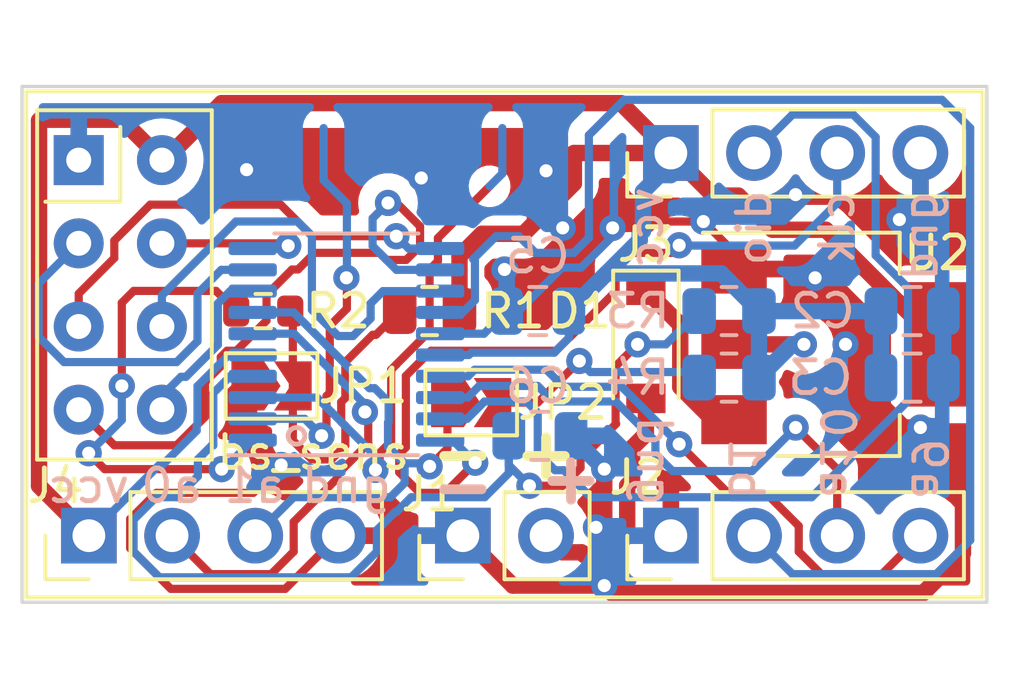
<source format=kicad_pcb>
(kicad_pcb (version 20211014) (generator pcbnew)
  (layers (0 "F.Cu" signal) (31 "B.Cu" signal) (34 "B.Paste" user) (35 "F.Paste" user) (36 "B.SilkS" user "B.Silkscreen") (37 "F.SilkS" user "F.Silkscreen") (38 "B.Mask" user) (39 "F.Mask" user) (44 "Edge.Cuts" user))
  (net 0 "")
  (net 1 "GND")
  (net 2 "+3V3")
  (net 3 "Net-(C6-Pad1)")
  (net 4 "Net-(D1-Pad1)")
  (net 5 "Net-(D1-Pad2)")
  (net 6 "Net-(J2-Pad2)")
  (net 7 "Net-(J2-Pad3)")
  (net 8 "Net-(J3-Pad2)")
  (net 9 "Net-(J3-Pad3)")
  (net 10 "Net-(J4-Pad2)")
  (net 11 "Net-(J4-Pad3)")
  (net 12 "Net-(JP1-Pad2)")
  (net 13 "Net-(JP2-Pad2)")
  (net 14 "Net-(R2-Pad2)")
  (net 15 "Net-(U1-Pad3)")
  (net 16 "Net-(U1-Pad4)")
  (net 17 "Net-(U1-Pad5)")
  (net 18 "Net-(U1-Pad6)")
  (net 19 "Net-(U1-Pad7)")
  (net 20 "Net-(U1-Pad8)")
  (net 21 "Net-(J2-Pad4)")
  (net 22 "unconnected-(U3-Pad2)")
  (net 23 "unconnected-(U3-Pad3)")
  (footprint "Resistor_SMD:R_0805_2012Metric" (layer "F.Cu") (at 163.068 106.426 180)
    (fp_text reference "R1" (at -2.54 0) (layer "F.SilkS"))
    (fp_text value "10k")
    (pad "1" smd roundrect (at -0.9125 0 180) (size 1.025 1.4) (layers "F.Cu" "F.Paste" "F.Mask") (roundrect_rratio 0.243902) (net 2 "+3V3"))
    (pad "2" smd roundrect (at 0.9125 0 180) (size 1.025 1.4) (layers "F.Cu" "F.Paste" "F.Mask") (roundrect_rratio 0.243902) (net 12 "Net-(JP1-Pad2)"))
  )
  (footprint "Connector_PinHeader_2.54mm:PinHeader_1x02_P2.54mm_Vertical" (layer "F.Cu") (at 164.084 113.284 90)
    (fp_text reference "J1" (at 1.27 -1.016 180) (layer "F.SilkS"))
    (fp_text value "Conn_01x02")
    (pad "1" thru_hole rect (at 0 0 90) (size 1.7 1.7) (drill 1) (layers *.Cu *.Mask) (net 1 "GND"))
    (pad "2" thru_hole oval (at 0 2.54 90) (size 1.7 1.7) (drill 1) (layers *.Cu *.Mask) (net 5 "Net-(D1-Pad2)"))
  )
  (footprint "Connector_PinHeader_2.54mm:PinHeader_1x04_P2.54mm_Vertical" (layer "F.Cu") (at 170.434 101.6 90)
    (fp_text reference "J3" (at -2.794 -0.762 180) (layer "F.SilkS"))
    (fp_text value "Conn_01x04")
    (pad "1" thru_hole rect (at 0 0 90) (size 1.7 1.7) (drill 1) (layers *.Cu *.Mask) (net 2 "+3V3"))
    (pad "2" thru_hole oval (at 0 2.54 90) (size 1.7 1.7) (drill 1) (layers *.Cu *.Mask) (net 8 "Net-(J3-Pad2)"))
    (pad "3" thru_hole oval (at 0 5.08 90) (size 1.7 1.7) (drill 1) (layers *.Cu *.Mask) (net 9 "Net-(J3-Pad3)"))
    (pad "4" thru_hole oval (at 0 7.62 90) (size 1.7 1.7) (drill 1) (layers *.Cu *.Mask) (net 1 "GND"))
  )
  (footprint "Resistor_SMD:R_0603_1608Metric" (layer "F.Cu") (at 157.988 106.426 180)
    (fp_text reference "R2" (at -2.286 0) (layer "F.SilkS"))
    (fp_text value "620")
    (pad "1" smd roundrect (at -0.825 0 180) (size 0.8 0.95) (layers "F.Cu" "F.Paste" "F.Mask") (net 12 "Net-(JP1-Pad2)"))
    (pad "2" smd roundrect (at 0.825 0 180) (size 0.8 0.95) (layers "F.Cu" "F.Paste" "F.Mask") (net 14 "Net-(R2-Pad2)"))
  )
  (footprint "Jumper:SolderJumper-2_P1.3mm_Open_TrianglePad1.0x1.5mm" (layer "F.Cu") (at 164.338 109.22)
    (fp_text reference "JP2" (at 2.794 0) (layer "F.SilkS"))
    (fp_text value "SolderJumper_2_Open")
    (pad "1" smd custom (at -0.725 0) (size 0.3 0.3) (layers "F.Cu" "F.Mask") (net 11 "Net-(J4-Pad3)") (options (clearance outline) (anchor rect)) (primitives (gr_poly (pts (xy 1 0) (xy 0.5 0.75) (xy -0.5 0.75) (xy -0.5 -0.75) (xy 0.5 -0.75)) (width 0) (fill yes))))
    (pad "2" smd custom (at 0.725 0) (size 0.3 0.3) (layers "F.Cu" "F.Mask") (net 13 "Net-(JP2-Pad2)") (options (clearance outline) (anchor rect)) (primitives (gr_poly (pts (xy 0.5 0.75) (xy -0.65 0.75) (xy -0.15 0) (xy -0.65 -0.75) (xy 0.5 -0.75)) (width 0) (fill yes))))
  )
  (footprint "Connector_PinHeader_2.54mm:PinHeader_1x04_P2.54mm_Vertical" (layer "F.Cu") (at 170.434 113.284 90)
    (fp_text reference "J2" (at 1.778 -1.016 180) (layer "F.SilkS"))
    (fp_text value "Conn_01x04")
    (pad "1" thru_hole rect (at 0 0 90) (size 1.7 1.7) (drill 1) (layers *.Cu *.Mask) (net 1 "GND"))
    (pad "2" thru_hole oval (at 0 2.54 90) (size 1.7 1.7) (drill 1) (layers *.Cu *.Mask) (net 6 "Net-(J2-Pad2)"))
    (pad "3" thru_hole oval (at 0 5.08 90) (size 1.7 1.7) (drill 1) (layers *.Cu *.Mask) (net 7 "Net-(J2-Pad3)"))
    (pad "4" thru_hole oval (at 0 7.62 90) (size 1.7 1.7) (drill 1) (layers *.Cu *.Mask) (net 21 "Net-(J2-Pad4)"))
  )
  (footprint "Jumper:SolderJumper-2_P1.3mm_Open_TrianglePad1.0x1.5mm" (layer "F.Cu") (at 158.242 108.712)
    (fp_text reference "JP1" (at 2.794 0) (layer "F.SilkS"))
    (fp_text value "SolderJumper_2_Open")
    (pad "1" smd custom (at -0.725 0) (size 0.3 0.3) (layers "F.Cu" "F.Mask") (net 1 "GND") (options (clearance outline) (anchor rect)) (primitives (gr_poly (pts (xy 1 0) (xy 0.5 0.75) (xy -0.5 0.75) (xy -0.5 -0.75) (xy 0.5 -0.75)) (width 0) (fill yes))))
    (pad "2" smd custom (at 0.725 0) (size 0.3 0.3) (layers "F.Cu" "F.Mask") (net 12 "Net-(JP1-Pad2)") (options (clearance outline) (anchor rect)) (primitives (gr_poly (pts (xy 0.5 0.75) (xy -0.65 0.75) (xy -0.15 0) (xy -0.65 -0.75) (xy 0.5 -0.75)) (width 0) (fill yes))))
  )
  (footprint "Diode_SMD:D_SOD-123" (layer "F.Cu") (at 169.672 107.442 -90)
    (fp_text reference "D1" (at -1.016 2.032 180) (layer "F.SilkS"))
    (fp_text value "1N4148W")
    (pad "1" smd rect (at -1.65 0 270) (size 0.9 1.2) (layers "F.Cu" "F.Paste" "F.Mask") (net 4 "Net-(D1-Pad1)"))
    (pad "2" smd rect (at 1.65 0 270) (size 0.9 1.2) (layers "F.Cu" "F.Paste" "F.Mask") (net 5 "Net-(D1-Pad2)"))
  )
  (footprint "Package_TO_SOT_SMD:SOT-223-3_TabPin2" (layer "F.Cu") (at 175.514 107.442)
    (fp_text reference "U2" (at 3.048 -2.794) (layer "F.SilkS"))
    (fp_text value "AMS1117-3.3")
    (pad "1" smd rect (at -3.15 -2.3) (size 2 1.5) (layers "F.Cu" "F.Paste" "F.Mask") (net 1 "GND"))
    (pad "2" smd rect (at 3.15 0) (size 2 3.8) (layers "F.Cu" "F.Paste" "F.Mask") (net 2 "+3V3"))
    (pad "2" smd rect (at -3.15 0) (size 2 1.5) (layers "F.Cu" "F.Paste" "F.Mask") (net 2 "+3V3"))
    (pad "3" smd rect (at -3.15 2.3) (size 2 1.5) (layers "F.Cu" "F.Paste" "F.Mask") (net 4 "Net-(D1-Pad1)"))
  )
  (footprint "RF_Module:nRF24L01_Breakout" (layer "F.Cu") (at 152.354 101.817)
    (fp_text reference "U1" hide)
    (fp_text value "NRF24L01_Breakout")
    (pad "1" thru_hole rect (at 0 0) (size 1.524 1.524) (drill 0.762) (layers *.Cu *.Mask) (net 1 "GND"))
    (pad "2" thru_hole circle (at 2.54 0) (size 1.524 1.524) (drill 0.762) (layers *.Cu *.Mask) (net 2 "+3V3"))
    (pad "3" thru_hole circle (at 0 2.54) (size 1.524 1.524) (drill 0.762) (layers *.Cu *.Mask) (net 15 "Net-(U1-Pad3)"))
    (pad "4" thru_hole circle (at 2.54 2.54) (size 1.524 1.524) (drill 0.762) (layers *.Cu *.Mask) (net 16 "Net-(U1-Pad4)"))
    (pad "5" thru_hole circle (at 0 5.08) (size 1.524 1.524) (drill 0.762) (layers *.Cu *.Mask) (net 17 "Net-(U1-Pad5)"))
    (pad "6" thru_hole circle (at 2.54 5.08) (size 1.524 1.524) (drill 0.762) (layers *.Cu *.Mask) (net 18 "Net-(U1-Pad6)"))
    (pad "7" thru_hole circle (at 0 7.62) (size 1.524 1.524) (drill 0.762) (layers *.Cu *.Mask) (net 19 "Net-(U1-Pad7)"))
    (pad "8" thru_hole circle (at 2.54 7.62) (size 1.524 1.524) (drill 0.762) (layers *.Cu *.Mask) (net 20 "Net-(U1-Pad8)"))
  )
  (footprint "Connector_PinHeader_2.54mm:PinHeader_1x04_P2.54mm_Vertical" (layer "F.Cu") (at 152.664 113.284 90)
    (fp_text reference "J4" (at 1.524 -1.026 180) (layer "F.SilkS"))
    (fp_text value "Conn_01x04")
    (pad "1" thru_hole rect (at 0 0 90) (size 1.7 1.7) (drill 1) (layers *.Cu *.Mask) (net 2 "+3V3"))
    (pad "2" thru_hole oval (at 0 2.54 90) (size 1.7 1.7) (drill 1) (layers *.Cu *.Mask) (net 10 "Net-(J4-Pad2)"))
    (pad "3" thru_hole oval (at 0 5.08 90) (size 1.7 1.7) (drill 1) (layers *.Cu *.Mask) (net 11 "Net-(J4-Pad3)"))
    (pad "4" thru_hole oval (at 0 7.62 90) (size 1.7 1.7) (drill 1) (layers *.Cu *.Mask) (net 1 "GND"))
  )
  (footprint "Package_SO:TSSOP-20_4.4x6.5mm_P0.65mm" (layer "B.Cu") (at 160.528 107.442)
    (fp_text reference "U3" hide)
    (fp_text value "STM32F030F4Px")
    (pad "1" smd roundrect (at -2.8625 2.925) (size 1.475 0.4) (layers "B.Cu" "B.Paste" "B.Mask") (net 14 "Net-(R2-Pad2)"))
    (pad "2" smd roundrect (at -2.8625 2.275) (size 1.475 0.4) (layers "B.Cu" "B.Paste" "B.Mask") (net 22 "unconnected-(U3-Pad2)"))
    (pad "3" smd roundrect (at -2.8625 1.625) (size 1.475 0.4) (layers "B.Cu" "B.Paste" "B.Mask") (net 23 "unconnected-(U3-Pad3)"))
    (pad "4" smd roundrect (at -2.8625 0.975) (size 1.475 0.4) (layers "B.Cu" "B.Paste" "B.Mask") (net 3 "Net-(C6-Pad1)"))
    (pad "5" smd roundrect (at -2.8625 0.325) (size 1.475 0.4) (layers "B.Cu" "B.Paste" "B.Mask") (net 2 "+3V3"))
    (pad "6" smd roundrect (at -2.8625 -0.325) (size 1.475 0.4) (layers "B.Cu" "B.Paste" "B.Mask") (net 10 "Net-(J4-Pad2)"))
    (pad "7" smd roundrect (at -2.8625 -0.975) (size 1.475 0.4) (layers "B.Cu" "B.Paste" "B.Mask") (net 11 "Net-(J4-Pad3)"))
    (pad "8" smd roundrect (at -2.8625 -1.625) (size 1.475 0.4) (layers "B.Cu" "B.Paste" "B.Mask") (net 20 "Net-(U1-Pad8)"))
    (pad "9" smd roundrect (at -2.8625 -2.275) (size 1.475 0.4) (layers "B.Cu" "B.Paste" "B.Mask") (net 15 "Net-(U1-Pad3)"))
    (pad "10" smd roundrect (at -2.8625 -2.925) (size 1.475 0.4) (layers "B.Cu" "B.Paste" "B.Mask") (net 16 "Net-(U1-Pad4)"))
    (pad "11" smd roundrect (at 2.8625 -2.925) (size 1.475 0.4) (layers "B.Cu" "B.Paste" "B.Mask") (net 17 "Net-(U1-Pad5)"))
    (pad "12" smd roundrect (at 2.8625 -2.275) (size 1.475 0.4) (layers "B.Cu" "B.Paste" "B.Mask") (net 19 "Net-(U1-Pad7)"))
    (pad "13" smd roundrect (at 2.8625 -1.625) (size 1.475 0.4) (layers "B.Cu" "B.Paste" "B.Mask") (net 18 "Net-(U1-Pad6)"))
    (pad "14" smd roundrect (at 2.8625 -0.975) (size 1.475 0.4) (layers "B.Cu" "B.Paste" "B.Mask") (net 6 "Net-(J2-Pad2)"))
    (pad "15" smd roundrect (at 2.8625 -0.325) (size 1.475 0.4) (layers "B.Cu" "B.Paste" "B.Mask") (net 1 "GND"))
    (pad "16" smd roundrect (at 2.8625 0.325) (size 1.475 0.4) (layers "B.Cu" "B.Paste" "B.Mask") (net 2 "+3V3"))
    (pad "17" smd roundrect (at 2.8625 0.975) (size 1.475 0.4) (layers "B.Cu" "B.Paste" "B.Mask") (net 21 "Net-(J2-Pad4)"))
    (pad "18" smd roundrect (at 2.8625 1.625) (size 1.475 0.4) (layers "B.Cu" "B.Paste" "B.Mask") (net 7 "Net-(J2-Pad3)"))
    (pad "19" smd roundrect (at 2.8625 2.275) (size 1.475 0.4) (layers "B.Cu" "B.Paste" "B.Mask") (net 8 "Net-(J3-Pad2)"))
    (pad "20" smd roundrect (at 2.8625 2.925) (size 1.475 0.4) (layers "B.Cu" "B.Paste" "B.Mask") (net 9 "Net-(J3-Pad3)"))
  )
  (footprint "Capacitor_SMD:C_0805_2012Metric" (layer "B.Cu") (at 177.8 108.458)
    (fp_text reference "C3" (at -2.794 0) (layer "B.SilkS") (effects (justify mirror)))
    (fp_text value "10u")
    (pad "1" smd roundrect (at -0.95 0) (size 1 1.45) (layers "B.Cu" "B.Paste" "B.Mask") (net 2 "+3V3"))
    (pad "2" smd roundrect (at 0.95 0) (size 1 1.45) (layers "B.Cu" "B.Paste" "B.Mask") (net 1 "GND"))
  )
  (footprint "Capacitor_SMD:C_0805_2012Metric" (layer "B.Cu") (at 177.8 106.426)
    (fp_text reference "C2" (at -2.728 0) (layer "B.SilkS") (effects (justify mirror)))
    (fp_text value "100n")
    (pad "1" smd roundrect (at -0.95 0) (size 1 1.45) (layers "B.Cu" "B.Paste" "B.Mask") (net 2 "+3V3"))
    (pad "2" smd roundrect (at 0.95 0) (size 1 1.45) (layers "B.Cu" "B.Paste" "B.Mask") (net 1 "GND"))
  )
  (footprint "Capacitor_SMD:C_0805_2012Metric" (layer "B.Cu") (at 166.436 110.236)
    (fp_text reference "C6" (at -0.066 -1.524 180) (layer "B.SilkS") (effects (justify mirror)))
    (fp_text value "100n")
    (pad "1" smd roundrect (at -0.95 0) (size 1 1.45) (layers "B.Cu" "B.Paste" "B.Mask") (net 3 "Net-(C6-Pad1)"))
    (pad "2" smd roundrect (at 0.95 0) (size 1 1.45) (layers "B.Cu" "B.Paste" "B.Mask") (net 1 "GND"))
  )
  (footprint "Capacitor_SMD:C_0805_2012Metric" (layer "B.Cu") (at 166.37 106.426 180)
    (fp_text reference "C5" (at 0 1.68) (layer "B.SilkS") (effects (justify mirror)))
    (fp_text value "100n")
    (pad "1" smd roundrect (at -0.95 0 180) (size 1 1.45) (layers "B.Cu" "B.Paste" "B.Mask") (net 2 "+3V3"))
    (pad "2" smd roundrect (at 0.95 0 180) (size 1 1.45) (layers "B.Cu" "B.Paste" "B.Mask") (net 1 "GND"))
  )
  (footprint "Resistor_SMD:R_0805_2012Metric" (layer "B.Cu") (at 172.212 106.426 180)
    (fp_text reference "R3" (at 2.794 0) (layer "B.SilkS") (effects (justify mirror)))
    (fp_text value "10k")
    (pad "1" smd roundrect (at -0.9125 0 180) (size 1.025 1.4) (layers "B.Cu" "B.Paste" "B.Mask") (roundrect_rratio 0.243902) (net 2 "+3V3"))
    (pad "2" smd roundrect (at 0.9125 0 180) (size 1.025 1.4) (layers "B.Cu" "B.Paste" "B.Mask") (roundrect_rratio 0.243902) (net 3 "Net-(C6-Pad1)"))
  )
  (footprint "Resistor_SMD:R_0805_2012Metric" (layer "B.Cu") (at 172.212 108.458 180)
    (fp_text reference "R4" (at 2.794 0 180) (layer "B.SilkS") (effects (justify mirror)))
    (fp_text value "4,7k")
    (pad "1" smd roundrect (at -0.9125 0 180) (size 1.025 1.4) (layers "B.Cu" "B.Paste" "B.Mask") (roundrect_rratio 0.243902) (net 2 "+3V3"))
    (pad "2" smd roundrect (at 0.9125 0 180) (size 1.025 1.4) (layers "B.Cu" "B.Paste" "B.Mask") (roundrect_rratio 0.243902) (net 13 "Net-(JP2-Pad2)"))
  )
  (gr_circle (center 159.004 110.236) (end 159.258 110.236) (layer "B.SilkS") (width 0.15) (fill none))
  (gr_line (start 180.086 99.568) (end 180.086 115.316) (layer "Edge.Cuts") (width 0.1))
  (gr_line (start 150.622 115.316) (end 150.622 99.568) (layer "Edge.Cuts") (width 0.1))
  (gr_line (start 150.622 99.568) (end 180.086 99.568) (layer "Edge.Cuts") (width 0.1))
  (gr_line (start 180.086 115.316) (end 150.622 115.316) (layer "Edge.Cuts") (width 0.1))
  (gr_text "gnd" (at 160.528 111.76) (layer "B.SilkS") (effects (font (size 1 1)) (justify mirror)))
  (gr_text "a9" (at 178.308 111.252 270) (layer "B.SilkS") (effects (font (size 1 1)) (justify mirror)))
  (gr_text "-" (at 164.084 111.76) (layer "B.SilkS") (effects (font (size 1.5 1.5) (thickness 0.3)) (justify mirror)))
  (gr_text "a10" (at 175.514 110.744 270) (layer "B.SilkS") (effects (font (size 1 1)) (justify mirror)))
  (gr_text "b1" (at 172.72 111.252 270) (layer "B.SilkS") (effects (font (size 1 1)) (justify mirror)))
  (gr_text "a0" (at 155.194 111.76) (layer "B.SilkS") (effects (font (size 1 1)) (justify mirror)))
  (gr_text "clk" (at 175.514 103.886 90) (layer "B.SilkS") (effects (font (size 1 1)) (justify mirror)))
  (gr_text "+" (at 167.386 111.506) (layer "B.SilkS") (effects (font (size 1.5 1.5) (thickness 0.3)) (justify mirror)))
  (gr_text "dio" (at 172.974 103.886 90) (layer "B.SilkS") (effects (font (size 1 1)) (justify mirror)))
  (gr_text "gnd" (at 169.926 110.998 270) (layer "B.SilkS") (effects (font (size 1 1)) (justify mirror)))
  (gr_text "vcc" (at 169.672 103.886 90) (layer "B.SilkS") (effects (font (size 1 1)) (justify mirror)))
  (gr_text "vcc" (at 152.654 111.76) (layer "B.SilkS") (effects (font (size 1 1)) (justify mirror)))
  (gr_text "gnd" (at 178.054 104.14 90) (layer "B.SilkS") (effects (font (size 1 1)) (justify mirror)))
  (gr_text "a1" (at 157.734 111.76) (layer "B.SilkS") (effects (font (size 1 1)) (justify mirror)))
  (gr_text "bs_sens" (at 159.512 110.744) (layer "F.SilkS") (effects (font (size 1 1))))
  (gr_text "+" (at 166.624 110.744) (layer "F.SilkS") (effects (font (size 1.5 1.5) (thickness 0.3))))
  (gr_text "-" (at 164.084 110.744) (layer "F.SilkS") (effects (font (size 1.5 1.5) (thickness 0.3))))
  (segment (start 165.288 102.228) (end 164.9 102.616) (width 0.25) (layer "B.Cu") (net 0))
  (segment (start 165.288 100.838) (end 165.288 102.228) (width 0.25) (layer "B.Cu") (net 0))
  (segment (start 175.768 108.204) (end 177.546 109.982) (width 0.5) (layer "F.Cu") (net 1))
  (segment (start 168.402 112.776) (end 168.148 113.03) (width 0.5) (layer "F.Cu") (net 1))
  (segment (start 168.402 114.808) (end 168.62703 115.03303) (width 0.5) (layer "F.Cu") (net 1))
  (segment (start 154.723489 111.976511) (end 153.924 112.776) (width 0.25) (layer "F.Cu") (net 1))
  (segment (start 168.85026 103.69174) (end 168.656 103.886) (width 0.25) (layer "F.Cu") (net 1))
  (segment (start 155.167021 114.908031) (end 158.659969 114.908031) (width 0.25) (layer "F.Cu") (net 1))
  (segment (start 158.659969 114.908031) (end 160.284 113.284) (width 0.25) (layer "F.Cu") (net 1))
  (segment (start 172.364 104.628863) (end 172.364 105.142) (width 0.25) (layer "F.Cu") (net 1))
  (segment (start 172.364 105.142) (end 174.5715 105.142) (width 0.25) (layer "F.Cu") (net 1))
  (segment (start 178.142757 115.03303) (end 179.353511 113.822276) (width 0.5) (layer "F.Cu") (net 1))
  (segment (start 168.402 111.252) (end 168.402 112.776) (width 0.5) (layer "F.Cu") (net 1))
  (segment (start 179.353511 111.281511) (end 178.054 109.982) (width 0.5) (layer "F.Cu") (net 1))
  (segment (start 171.426877 103.69174) (end 172.364 104.628863) (width 0.25) (layer "F.Cu") (net 1))
  (segment (start 174.5715 105.142) (end 174.8395 105.41) (width 0.25) (layer "F.Cu") (net 1))
  (segment (start 168.402 114.808) (end 165.608 114.808) (width 0.5) (layer "F.Cu") (net 1))
  (segment (start 167.132 103.886) (end 168.656 103.886) (width 0.5) (layer "F.Cu") (net 1))
  (segment (start 153.924 113.66501) (end 155.167021 114.908031) (width 0.25) (layer "F.Cu") (net 1))
  (segment (start 165.608 114.808) (end 164.084 113.284) (width 0.5) (layer "F.Cu") (net 1))
  (segment (start 157.685757 111.976511) (end 154.723489 111.976511) (width 0.25) (layer "F.Cu") (net 1))
  (segment (start 175.768 107.442) (end 175.768 108.204) (width 0.5) (layer "F.Cu") (net 1))
  (segment (start 168.62703 115.03303) (end 178.142757 115.03303) (width 0.5) (layer "F.Cu") (net 1))
  (segment (start 153.924 112.776) (end 153.924 113.66501) (width 0.25) (layer "F.Cu") (net 1))
  (segment (start 171.426877 103.69174) (end 168.85026 103.69174) (width 0.25) (layer "F.Cu") (net 1))
  (segment (start 158.535558 111.12671) (end 157.685757 111.976511) (width 0.25) (layer "F.Cu") (net 1))
  (segment (start 177.546 109.982) (end 178.054 109.982) (width 0.5) (layer "F.Cu") (net 1))
  (segment (start 179.353511 113.822276) (end 179.353511 111.281511) (width 0.5) (layer "F.Cu") (net 1))
  (via (at 158.535558 111.12671) (size 0.8) (drill 0.4) (layers "F.Cu" "B.Cu") (net 1))
  (via (at 178.054 109.982) (size 0.8) (drill 0.4) (layers "F.Cu" "B.Cu") (net 1))
  (via (at 168.402 111.252) (size 0.8) (drill 0.4) (layers "F.Cu" "B.Cu") (net 1))
  (via (at 165.354 105.156) (size 0.8) (drill 0.4) (layers "F.Cu" "B.Cu") (net 1))
  (via (at 174.244 102.87) (size 0.8) (drill 0.4) (layers "F.Cu" "B.Cu") (net 1))
  (via (at 162.814 102.362) (size 0.8) (drill 0.4) (layers "F.Cu" "B.Cu") (net 1))
  (via (at 166.624011 102.142312) (size 0.8) (drill 0.4) (layers "F.Cu" "B.Cu") (net 1))
  (via (at 175.768 107.442) (size 0.8) (drill 0.4) (layers "F.Cu" "B.Cu") (net 1))
  (via (at 168.148 113.03) (size 0.8) (drill 0.4) (layers "F.Cu" "B.Cu") (net 1))
  (via (at 177.413011 103.632) (size 0.8) (drill 0.4) (layers "F.Cu" "B.Cu") (net 1))
  (via (at 167.132 103.886) (size 0.8) (drill 0.4) (layers "F.Cu" "B.Cu") (net 1))
  (via (at 157.48 102.108) (size 0.8) (drill 0.4) (layers "F.Cu" "B.Cu") (net 1))
  (via (at 168.656 103.886) (size 0.8) (drill 0.4) (layers "F.Cu" "B.Cu") (net 1))
  (via (at 171.426877 103.69174) (size 0.8) (drill 0.4) (layers "F.Cu" "B.Cu") (net 1))
  (via (at 174.8395 105.41) (size 0.8) (drill 0.4) (layers "F.Cu" "B.Cu") (net 1))
  (via (at 168.402 114.808) (size 0.8) (drill 0.4) (layers "F.Cu" "B.Cu") (net 1))
  (segment (start 163.3905 107.117) (end 164.729 107.117) (width 0.25) (layer "B.Cu") (net 1))
  (segment (start 164.729 107.117) (end 165.42 106.426) (width 0.25) (layer "B.Cu") (net 1))
  (segment (start 165.42 106.426) (end 165.42 105.222) (width 0.25) (layer "B.Cu") (net 1))
  (segment (start 170.434 113.284) (end 168.402 113.284) (width 0.5) (layer "B.Cu") (net 1))
  (segment (start 165.42 106.426) (end 165.782507 106.426) (width 0.25) (layer "B.Cu") (net 1))
  (segment (start 165.42 105.222) (end 165.354 105.156) (width 0.25) (layer "B.Cu") (net 1))
  (segment (start 165.782507 106.426) (end 167.110987 105.09752) (width 0.25) (layer "B.Cu") (net 1))
  (segment (start 166.624011 103.378011) (end 167.132 103.886) (width 0.5) (layer "B.Cu") (net 1))
  (segment (start 178.75 106.426) (end 178.75 108.458) (width 0.5) (layer "B.Cu") (net 1))
  (segment (start 168.402 113.284) (end 168.148 113.03) (width 0.5) (layer "B.Cu") (net 1))
  (segment (start 166.624011 102.142312) (end 166.624011 103.378011) (width 0.5) (layer "B.Cu") (net 1))
  (segment (start 167.110987 105.09752) (end 167.69848 105.09752) (width 0.25) (layer "B.Cu") (net 1))
  (segment (start 167.69848 105.09752) (end 168.656 104.14) (width 0.25) (layer "B.Cu") (net 1))
  (segment (start 168.656 104.14) (end 168.656 103.886) (width 0.25) (layer "B.Cu") (net 1))
  (segment (start 167.386 110.236) (end 168.402 111.252) (width 0.5) (layer "B.Cu") (net 1))
  (segment (start 167.473511 102.528489) (end 166.965511 103.036489) (width 0.5) (layer "F.Cu") (net 2))
  (segment (start 175.164489 103.942489) (end 173.538489 103.942489) (width 0.5) (layer "F.Cu") (net 2))
  (segment (start 153.67 100.584) (end 154.894 101.808) (width 0.5) (layer "F.Cu") (net 2))
  (segment (start 166.78012 103.036489) (end 166.282489 103.53412) (width 0.5) (layer "F.Cu") (net 2))
  (segment (start 151.142489 100.605489) (end 151.163978 100.584) (width 0.5) (layer "F.Cu") (net 2))
  (segment (start 172.364 107.442) (end 174.498 107.442) (width 0.5) (layer "F.Cu") (net 2))
  (segment (start 168.91 100.076) (end 170.434 101.6) (width 0.5) (layer "F.Cu") (net 2))
  (segment (start 166.965511 103.036489) (end 166.78012 103.036489) (width 0.5) (layer "F.Cu") (net 2))
  (segment (start 156.718 100.076) (end 168.91 100.076) (width 0.5) (layer "F.Cu") (net 2))
  (segment (start 171.733511 102.899511) (end 170.434 101.6) (width 0.5) (layer "F.Cu") (net 2))
  (segment (start 166.282489 103.719511) (end 165.936489 104.065511) (width 0.5) (layer "F.Cu") (net 2))
  (segment (start 166.282489 103.53412) (end 166.282489 103.719511) (width 0.5) (layer "F.Cu") (net 2))
  (segment (start 152.664 113.284) (end 151.142489 111.762489) (width 0.5) (layer "F.Cu") (net 2))
  (segment (start 151.163978 100.584) (end 153.67 100.584) (width 0.5) (layer "F.Cu") (net 2))
  (segment (start 165.936489 104.065511) (end 164.666489 104.065511) (width 0.5) (layer "F.Cu") (net 2))
  (segment (start 163.9805 104.7515) (end 163.9805 106.426) (width 0.5) (layer "F.Cu") (net 2))
  (segment (start 154.894 101.808) (end 154.894 101.817) (width 0.5) (layer "F.Cu") (net 2))
  (segment (start 173.538489 103.942489) (end 172.495511 102.899511) (width 0.5) (layer "F.Cu") (net 2))
  (segment (start 164.666489 104.065511) (end 163.9805 104.7515) (width 0.5) (layer "F.Cu") (net 2))
  (segment (start 167.473511 101.6) (end 167.473511 102.528489) (width 0.5) (layer "F.Cu") (net 2))
  (segment (start 170.434 101.6) (end 167.473511 101.6) (width 0.5) (layer "F.Cu") (net 2))
  (segment (start 151.142489 111.762489) (end 151.142489 100.605489) (width 0.5) (layer "F.Cu") (net 2))
  (segment (start 154.977 101.817) (end 156.718 100.076) (width 0.5) (layer "F.Cu") (net 2))
  (segment (start 178.664 107.442) (end 175.164489 103.942489) (width 0.5) (layer "F.Cu") (net 2))
  (segment (start 172.495511 102.899511) (end 171.733511 102.899511) (width 0.5) (layer "F.Cu") (net 2))
  (via (at 174.498 107.442) (size 0.8) (drill 0.4) (layers "F.Cu" "B.Cu") (net 2))
  (segment (start 174.498 107.442) (end 174.1405 107.442) (width 0.5) (layer "B.Cu") (net 2))
  (segment (start 152.664 113.274) (end 152.664 113.284) (width 0.25) (layer "B.Cu") (net 2))
  (segment (start 169.584489 102.77212) (end 169.584489 103.975389) (width 0.5) (layer "B.Cu") (net 2))
  (segment (start 156.930357 107.767) (end 155.980511 108.716846) (width 0.25) (layer "B.Cu") (net 2))
  (segment (start 163.3905 107.767) (end 164.267 107.767) (width 0.25) (layer "B.Cu") (net 2))
  (segment (start 155.980511 108.716846) (end 155.980511 109.887049) (width 0.25) (layer "B.Cu") (net 2))
  (segment (start 169.484778 104.0751) (end 169.484778 104.261222) (width 0.5) (layer "B.Cu") (net 2))
  (segment (start 169.584489 103.975389) (end 169.484778 104.0751) (width 0.5) (layer "B.Cu") (net 2))
  (segment (start 166.915489 107.649897) (end 167.32 107.245386) (width 0.25) (layer "B.Cu") (net 2))
  (segment (start 167.32 106.426) (end 168.46952 105.27648) (width 0.5) (layer "B.Cu") (net 2))
  (segment (start 154.806542 111.131458) (end 152.664 113.274) (width 0.25) (layer "B.Cu") (net 2))
  (segment (start 173.1245 106.426) (end 173.1245 108.458) (width 0.5) (layer "B.Cu") (net 2))
  (segment (start 166.878 107.696) (end 166.915489 107.658511) (width 0.25) (layer "B.Cu") (net 2))
  (segment (start 167.32 107.245386) (end 167.32 106.426) (width 0.25) (layer "B.Cu") (net 2))
  (segment (start 176.85 108.458) (end 176.85 106.426) (width 0.5) (layer "B.Cu") (net 2))
  (segment (start 155.956 110.077969) (end 154.902511 111.131458) (width 0.25) (layer "B.Cu") (net 2))
  (segment (start 164.338 107.696) (end 166.878 107.696) (width 0.25) (layer "B.Cu") (net 2))
  (segment (start 168.46952 105.27648) (end 171.97498 105.27648) (width 0.5) (layer "B.Cu") (net 2))
  (segment (start 155.956 109.91156) (end 155.956 110.077969) (width 0.25) (layer "B.Cu") (net 2))
  (segment (start 170.08212 102.274489) (end 169.584489 102.77212) (width 0.5) (layer "B.Cu") (net 2))
  (segment (start 169.484778 104.261222) (end 167.32 106.426) (width 0.5) (layer "B.Cu") (net 2))
  (segment (start 164.267 107.767) (end 164.338 107.696) (width 0.25) (layer "B.Cu") (net 2))
  (segment (start 176.85 106.426) (end 173.1245 106.426) (width 0.5) (layer "B.Cu") (net 2))
  (segment (start 171.97498 105.27648) (end 173.1245 106.426) (width 0.5) (layer "B.Cu") (net 2))
  (segment (start 170.434 102.274489) (end 170.08212 102.274489) (width 0.5) (layer "B.Cu") (net 2))
  (segment (start 157.6655 107.767) (end 156.930357 107.767) (width 0.25) (layer "B.Cu") (net 2))
  (segment (start 154.902511 111.131458) (end 154.806542 111.131458) (width 0.25) (layer "B.Cu") (net 2))
  (segment (start 166.915489 107.658511) (end 166.915489 107.649897) (width 0.25) (layer "B.Cu") (net 2))
  (segment (start 155.980511 109.887049) (end 155.956 109.91156) (width 0.25) (layer "B.Cu") (net 2))
  (segment (start 174.1405 107.442) (end 173.1245 108.458) (width 0.5) (layer "B.Cu") (net 2))
  (segment (start 170.434 101.6) (end 170.434 102.274489) (width 0.5) (layer "B.Cu") (net 2))
  (segment (start 167.677489 110.951897) (end 167.677489 111.214511) (width 0.25) (layer "F.Cu") (net 3))
  (segment (start 168.762875 109.866511) (end 167.677489 110.951897) (width 0.25) (layer "F.Cu") (net 3))
  (segment (start 168.747489 108.112511) (end 168.747489 109.851125) (width 0.25) (layer "F.Cu") (net 3))
  (segment (start 167.677489 111.214511) (end 167.132 111.76) (width 0.25) (layer "F.Cu") (net 3))
  (segment (start 168.747489 109.851125) (end 168.762875 109.866511) (width 0.25) (layer "F.Cu") (net 3))
  (segment (start 169.418 107.442) (end 168.747489 108.112511) (width 0.25) (layer "F.Cu") (net 3))
  (segment (start 167.132 111.76) (end 166.116 111.76) (width 0.25) (layer "F.Cu") (net 3))
  (via (at 166.116 111.76) (size 0.8) (drill 0.4) (layers "F.Cu" "B.Cu") (net 3))
  (via (at 169.418 107.442) (size 0.8) (drill 0.4) (layers "F.Cu" "B.Cu") (net 3))
  (segment (start 162.014991 112.559009) (end 162.057524 112.559009) (width 0.25) (layer "B.Cu") (net 3))
  (segment (start 161.458511 113.770499) (end 161.458511 113.115489) (width 0.25) (layer "B.Cu") (net 3))
  (segment (start 169.418 107.442) (end 170.2835 107.442) (width 0.25) (layer "B.Cu") (net 3))
  (segment (start 165.486 111.13) (end 165.486 110.236) (width 0.25) (layer "B.Cu") (net 3))
  (segment (start 154.029489 112.797501) (end 154.029489 113.770499) (width 0.25) (layer "B.Cu") (net 3))
  (segment (start 166.116 111.76) (end 165.486 111.13) (width 0.25) (layer "B.Cu") (net 3))
  (segment (start 156.977639 108.417) (end 156.464 108.930639) (width 0.25) (layer "B.Cu") (net 3))
  (segment (start 156.464 110.527489) (end 156.417897 110.527489) (width 0.25) (layer "B.Cu") (net 3))
  (segment (start 154.029489 113.770499) (end 154.81299 114.554) (width 0.25) (layer "B.Cu") (net 3))
  (segment (start 157.6655 108.417) (end 156.977639 108.417) (width 0.25) (layer "B.Cu") (net 3))
  (segment (start 165.486 111.374) (end 165.486 110.236) (width 0.25) (layer "B.Cu") (net 3))
  (segment (start 156.417897 110.527489) (end 155.993489 110.951897) (width 0.25) (layer "B.Cu") (net 3))
  (segment (start 155.993489 110.951897) (end 155.993489 111.468511) (width 0.25) (layer "B.Cu") (net 3))
  (segment (start 170.2835 107.442) (end 171.2995 106.426) (width 0.25) (layer "B.Cu") (net 3))
  (segment (start 160.67501 114.554) (end 161.458511 113.770499) (width 0.25) (layer "B.Cu") (net 3))
  (segment (start 164.750511 112.109489) (end 165.486 111.374) (width 0.25) (layer "B.Cu") (net 3))
  (segment (start 155.352511 112.109489) (end 154.717501 112.109489) (width 0.25) (layer "B.Cu") (net 3))
  (segment (start 161.458511 113.115489) (end 162.014991 112.559009) (width 0.25) (layer "B.Cu") (net 3))
  (segment (start 154.717501 112.109489) (end 154.029489 112.797501) (width 0.25) (layer "B.Cu") (net 3))
  (segment (start 154.81299 114.554) (end 160.67501 114.554) (width 0.25) (layer "B.Cu") (net 3))
  (segment (start 156.464 108.930639) (end 156.464 110.527489) (width 0.25) (layer "B.Cu") (net 3))
  (segment (start 162.057524 112.559009) (end 162.507044 112.109489) (width 0.25) (layer "B.Cu") (net 3))
  (segment (start 162.507044 112.109489) (end 164.750511 112.109489) (width 0.25) (layer "B.Cu") (net 3))
  (segment (start 155.993489 111.468511) (end 155.352511 112.109489) (width 0.25) (layer "B.Cu") (net 3))
  (segment (start 170.721511 106.841511) (end 170.721511 108.745511) (width 0.5) (layer "F.Cu") (net 4))
  (segment (start 169.672 105.792) (end 170.721511 106.841511) (width 0.5) (layer "F.Cu") (net 4))
  (segment (start 171.718 109.742) (end 172.364 109.742) (width 0.5) (layer "F.Cu") (net 4))
  (segment (start 170.721511 108.745511) (end 171.718 109.742) (width 0.5) (layer "F.Cu") (net 4))
  (segment (start 169.10152 110.750129) (end 169.672 110.179649) (width 0.5) (layer "F.Cu") (net 5))
  (segment (start 167.79612 113.879511) (end 168.49988 113.879511) (width 0.5) (layer "F.Cu") (net 5))
  (segment (start 167.132 113.792) (end 167.708609 113.792) (width 0.5) (layer "F.Cu") (net 5))
  (segment (start 167.708609 113.792) (end 167.79612 113.879511) (width 0.5) (layer "F.Cu") (net 5))
  (segment (start 169.10152 113.277871) (end 169.10152 111.753871) (width 0.5) (layer "F.Cu") (net 5))
  (segment (start 169.251511 110.90012) (end 169.10152 110.750129) (width 0.5) (layer "F.Cu") (net 5))
  (segment (start 169.672 110.179649) (end 169.672 109.092) (width 0.5) (layer "F.Cu") (net 5))
  (segment (start 168.49988 113.879511) (end 169.10152 113.277871) (width 0.5) (layer "F.Cu") (net 5))
  (segment (start 169.251511 111.60388) (end 169.251511 110.90012) (width 0.5) (layer "F.Cu") (net 5))
  (segment (start 166.624 113.284) (end 167.132 113.792) (width 0.5) (layer "F.Cu") (net 5))
  (segment (start 169.10152 111.753871) (end 169.251511 111.60388) (width 0.5) (layer "F.Cu") (net 5))
  (segment (start 164.078361 106.467) (end 164.45252 106.092841) (width 0.25) (layer "B.Cu") (net 6))
  (segment (start 179.57452 100.83452) (end 179.57452 113.42449) (width 0.25) (layer "B.Cu") (net 6))
  (segment (start 174.148511 114.458511) (end 172.974 113.284) (width 0.25) (layer "B.Cu") (net 6))
  (segment (start 164.403361 104.836639) (end 165.1 104.14) (width 0.25) (layer "B.Cu") (net 6))
  (segment (start 179.57452 113.42449) (end 178.540499 114.458511) (width 0.25) (layer "B.Cu") (net 6))
  (segment (start 178.540499 114.458511) (end 174.148511 114.458511) (width 0.25) (layer "B.Cu") (net 6))
  (segment (start 167.469592 104.648) (end 167.931489 104.186103) (width 0.25) (layer "B.Cu") (net 6))
  (segment (start 166.302211 104.648) (end 167.469592 104.648) (width 0.25) (layer "B.Cu") (net 6))
  (segment (start 165.794211 104.14) (end 166.302211 104.648) (width 0.25) (layer "B.Cu") (net 6))
  (segment (start 169.010031 99.975969) (end 178.715969 99.975969) (width 0.25) (layer "B.Cu") (net 6))
  (segment (start 178.715969 99.975969) (end 179.57452 100.83452) (width 0.25) (layer "B.Cu") (net 6))
  (segment (start 163.3905 106.467) (end 164.078361 106.467) (width 0.25) (layer "B.Cu") (net 6))
  (segment (start 164.45252 104.891159) (end 164.403361 104.842) (width 0.25) (layer "B.Cu") (net 6))
  (segment (start 164.45252 106.092841) (end 164.45252 104.891159) (width 0.25) (layer "B.Cu") (net 6))
  (segment (start 164.403361 104.842) (end 164.403361 104.836639) (width 0.25) (layer "B.Cu") (net 6))
  (segment (start 167.931489 104.186103) (end 167.931489 101.054511) (width 0.25) (layer "B.Cu") (net 6))
  (segment (start 165.1 104.14) (end 165.794211 104.14) (width 0.25) (layer "B.Cu") (net 6))
  (segment (start 167.931489 101.054511) (end 169.010031 99.975969) (width 0.25) (layer "B.Cu") (net 6))
  (segment (start 174.244 109.982) (end 175.514 111.252) (width 0.25) (layer "F.Cu") (net 7))
  (segment (start 175.514 111.252) (end 175.514 113.284) (width 0.25) (layer "F.Cu") (net 7))
  (via (at 174.244 109.982) (size 0.8) (drill 0.4) (layers "F.Cu" "B.Cu") (net 7))
  (segment (start 164.227789 109.067) (end 164.582789 108.712) (width 0.25) (layer "B.Cu") (net 7))
  (segment (start 168.748762 109.18648) (end 169.963489 110.401207) (width 0.25) (layer "B.Cu") (net 7))
  (segment (start 166.84448 109.18648) (end 168.748762 109.18648) (width 0.25) (layer "B.Cu") (net 7))
  (segment (start 163.3905 109.067) (end 164.227789 109.067) (width 0.25) (layer "B.Cu") (net 7))
  (segment (start 164.582789 108.712) (end 166.37 108.712) (width 0.25) (layer "B.Cu") (net 7))
  (segment (start 169.963489 110.401207) (end 169.963489 110.790103) (width 0.25) (layer "B.Cu") (net 7))
  (segment (start 166.37 108.712) (end 166.84448 109.18648) (width 0.25) (layer "B.Cu") (net 7))
  (segment (start 170.483866 111.31048) (end 172.91552 111.31048) (width 0.25) (layer "B.Cu") (net 7))
  (segment (start 169.963489 110.790103) (end 170.483866 111.31048) (width 0.25) (layer "B.Cu") (net 7))
  (segment (start 172.91552 111.31048) (end 174.244 109.982) (width 0.25) (layer "B.Cu") (net 7))
  (segment (start 177.67452 109.170973) (end 177.67452 105.713027) (width 0.25) (layer "B.Cu") (net 8))
  (segment (start 177.67452 105.713027) (end 176.688511 104.727018) (width 0.25) (layer "B.Cu") (net 8))
  (segment (start 166.37 109.53348) (end 166.37 110.757493) (width 0.25) (layer "B.Cu") (net 8))
  (segment (start 176.688511 104.727018) (end 176.688511 101.113501) (width 0.25) (layer "B.Cu") (net 8))
  (segment (start 166.023 109.18648) (end 166.37 109.53348) (width 0.25) (layer "B.Cu") (net 8))
  (segment (start 174.148511 100.425489) (end 172.974 101.6) (width 0.25) (layer "B.Cu") (net 8))
  (segment (start 176.000499 100.425489) (end 174.148511 100.425489) (width 0.25) (layer "B.Cu") (net 8))
  (segment (start 166.898027 111.28552) (end 167.16552 111.28552) (width 0.25) (layer "B.Cu") (net 8))
  (segment (start 163.3905 109.717) (end 164.213507 109.717) (width 0.25) (layer "B.Cu") (net 8))
  (segment (start 164.213507 109.717) (end 164.744027 109.18648) (width 0.25) (layer "B.Cu") (net 8))
  (segment (start 166.37 110.757493) (end 166.898027 111.28552) (width 0.25) (layer "B.Cu") (net 8))
  (segment (start 167.16552 111.28552) (end 167.989489 112.109489) (width 0.25) (layer "B.Cu") (net 8))
  (segment (start 164.744027 109.18648) (end 166.023 109.18648) (width 0.25) (layer "B.Cu") (net 8))
  (segment (start 167.989489 112.109489) (end 174.736004 112.109489) (width 0.25) (layer "B.Cu") (net 8))
  (segment (start 176.688511 101.113501) (end 176.000499 100.425489) (width 0.25) (layer "B.Cu") (net 8))
  (segment (start 174.736004 112.109489) (end 177.67452 109.170973) (width 0.25) (layer "B.Cu") (net 8))
  (segment (start 162.138976 111.34759) (end 162.138976 110.79479) (width 0.25) (layer "F.Cu") (net 9))
  (segment (start 167.348511 107.225489) (end 168.747489 105.826511) (width 0.25) (layer "F.Cu") (net 9))
  (segment (start 162.138976 110.79479) (end 162.343489 110.590277) (width 0.25) (layer "F.Cu") (net 9))
  (segment (start 166.927897 107.637489) (end 167.339897 107.225489) (width 0.25) (layer "F.Cu") (net 9))
  (segment (start 170.45624 104.648) (end 170.688 104.41624) (width 0.25) (layer "F.Cu") (net 9))
  (segment (start 162.343489 110.590277) (end 162.343489 108.403493) (width 0.25) (layer "F.Cu") (net 9))
  (segment (start 164.460065 111.056797) (end 163.540351 111.976511) (width 0.25) (layer "F.Cu") (net 9))
  (segment (start 168.747489 105.826511) (end 168.747489 105.017489) (width 0.25) (layer "F.Cu") (net 9))
  (segment (start 167.339897 107.225489) (end 167.348511 107.225489) (width 0.25) (layer "F.Cu") (net 9))
  (segment (start 168.747489 105.017489) (end 169.116978 104.648) (width 0.25) (layer "F.Cu") (net 9))
  (segment (start 162.767897 111.976511) (end 162.138976 111.34759) (width 0.25) (layer "F.Cu") (net 9))
  (segment (start 163.109493 107.637489) (end 166.927897 107.637489) (width 0.25) (layer "F.Cu") (net 9))
  (segment (start 162.343489 108.403493) (end 163.109493 107.637489) (width 0.25) (layer "F.Cu") (net 9))
  (segment (start 163.540351 111.976511) (end 162.767897 111.976511) (width 0.25) (layer "F.Cu") (net 9))
  (segment (start 169.116978 104.648) (end 170.45624 104.648) (width 0.25) (layer "F.Cu") (net 9))
  (via (at 170.688 104.41624) (size 0.8) (drill 0.4) (layers "F.Cu" "B.Cu") (net 9))
  (via (at 164.460065 111.056797) (size 0.8) (drill 0.4) (layers "F.Cu" "B.Cu") (net 9))
  (segment (start 170.688 104.41624) (end 170.69874 104.42698) (width 0.25) (layer "B.Cu") (net 9))
  (segment (start 164.460065 111.056797) (end 163.770268 110.367) (width 0.25) (layer "B.Cu") (net 9))
  (segment (start 174.21102 104.42698) (end 175.514 103.124) (width 0.25) (layer "B.Cu") (net 9))
  (segment (start 175.514 103.124) (end 175.514 101.6) (width 0.25) (layer "B.Cu") (net 9))
  (segment (start 170.69874 104.42698) (end 174.21102 104.42698) (width 0.25) (layer "B.Cu") (net 9))
  (segment (start 163.770268 110.367) (end 163.3905 110.367) (width 0.25) (layer "B.Cu") (net 9))
  (segment (start 161.194031 109.606218) (end 161.194031 110.468316) (width 0.25) (layer "F.Cu") (net 10))
  (segment (start 161.194031 110.468316) (end 160.256608 111.405739) (width 0.25) (layer "F.Cu") (net 10))
  (segment (start 156.378511 114.458511) (end 155.204 113.284) (width 0.25) (layer "F.Cu") (net 10))
  (segment (start 160.256608 111.405739) (end 160.256608 111.523392) (width 0.25) (layer "F.Cu") (net 10))
  (segment (start 158.230499 114.458511) (end 156.378511 114.458511) (width 0.25) (layer "F.Cu") (net 10))
  (segment (start 158.918511 112.861489) (end 158.918511 113.770499) (width 0.25) (layer "F.Cu") (net 10))
  (segment (start 158.918511 113.770499) (end 158.230499 114.458511) (width 0.25) (layer "F.Cu") (net 10))
  (segment (start 161.09312 109.505307) (end 161.194031 109.606218) (width 0.25) (layer "F.Cu") (net 10))
  (segment (start 160.256608 111.523392) (end 158.918511 112.861489) (width 0.25) (layer "F.Cu") (net 10))
  (via (at 161.09312 109.505307) (size 0.8) (drill 0.4) (layers "F.Cu" "B.Cu") (net 10))
  (segment (start 161.09312 109.505307) (end 161.09312 109.27712) (width 0.25) (layer "B.Cu") (net 10))
  (segment (start 161.09312 109.27712) (end 158.933 107.117) (width 0.25) (layer "B.Cu") (net 10))
  (segment (start 158.933 107.117) (end 157.6655 107.117) (width 0.25) (layer "B.Cu") (net 10))
  (segment (start 163.613 110.6215) (end 163.613 109.22) (width 0.25) (layer "F.Cu") (net 11))
  (segment (start 163.068 111.1665) (end 163.613 110.6215) (width 0.25) (layer "F.Cu") (net 11))
  (via (at 163.068 111.1665) (size 0.8) (drill 0.4) (layers "F.Cu" "B.Cu") (net 11))
  (segment (start 162.306011 111.674804) (end 161.871326 112.109489) (width 0.25) (layer "B.Cu") (net 11))
  (segment (start 161.871326 112.109489) (end 158.918511 112.109489) (width 0.25) (layer "B.Cu") (net 11))
  (segment (start 161.393223 108.780796) (end 161.817631 109.205204) (width 0.25) (layer "B.Cu") (net 11))
  (segment (start 162.306011 111.074598) (end 162.306011 111.674804) (width 0.25) (layer "B.Cu") (net 11))
  (segment (start 157.6655 106.467) (end 158.918718 106.467) (width 0.25) (layer "B.Cu") (net 11))
  (segment (start 161.817631 109.80541) (end 161.798 109.825041) (width 0.25) (layer "B.Cu") (net 11))
  (segment (start 161.817631 109.205204) (end 161.817631 109.80541) (width 0.25) (layer "B.Cu") (net 11))
  (segment (start 163.068 111.1665) (end 162.976098 111.074598) (width 0.25) (layer "B.Cu") (net 11))
  (segment (start 162.976098 111.074598) (end 162.306011 111.074598) (width 0.25) (layer "B.Cu") (net 11))
  (segment (start 161.798 109.825041) (end 161.798 110.566587) (width 0.25) (layer "B.Cu") (net 11))
  (segment (start 161.798 110.566587) (end 162.306011 111.074598) (width 0.25) (layer "B.Cu") (net 11))
  (segment (start 161.232515 108.780796) (end 161.393223 108.780796) (width 0.25) (layer "B.Cu") (net 11))
  (segment (start 158.918718 106.467) (end 161.232515 108.780796) (width 0.25) (layer "B.Cu") (net 11))
  (segment (start 158.918511 112.109489) (end 157.744 113.284) (width 0.25) (layer "B.Cu") (net 11))
  (segment (start 160.494819 109.93162) (end 160.494819 110.531811) (width 0.25) (layer "F.Cu") (net 12))
  (segment (start 161.327489 107.150511) (end 160.494819 107.983181) (width 0.25) (layer "F.Cu") (net 12))
  (segment (start 160.494819 110.531811) (end 160.070411 110.956219) (width 0.25) (layer "F.Cu") (net 12))
  (segment (start 158.892 106.505) (end 158.813 106.426) (width 0.25) (layer "F.Cu") (net 12))
  (segment (start 159.470219 110.956219) (end 158.892 110.378) (width 0.25) (layer "F.Cu") (net 12))
  (segment (start 160.368609 109.80541) (end 160.494819 109.93162) (width 0.25) (layer "F.Cu") (net 12))
  (segment (start 160.494819 109.078994) (end 160.368609 109.205204) (width 0.25) (layer "F.Cu") (net 12))
  (segment (start 160.494819 107.983181) (end 160.494819 109.078994) (width 0.25) (layer "F.Cu") (net 12))
  (segment (start 161.430989 107.150511) (end 161.327489 107.150511) (width 0.25) (layer "F.Cu") (net 12))
  (segment (start 158.892 110.378) (end 158.892 106.505) (width 0.25) (layer "F.Cu") (net 12))
  (segment (start 160.070411 110.956219) (end 159.470219 110.956219) (width 0.25) (layer "F.Cu") (net 12))
  (segment (start 162.1555 106.426) (end 161.430989 107.150511) (width 0.25) (layer "F.Cu") (net 12))
  (segment (start 160.368609 109.205204) (end 160.368609 109.80541) (width 0.25) (layer "F.Cu") (net 12))
  (segment (start 166.37 109.22) (end 167.64 107.95) (width 0.25) (layer "F.Cu") (net 13))
  (segment (start 165.063 109.22) (end 166.37 109.22) (width 0.25) (layer "F.Cu") (net 13))
  (via (at 167.64 107.95) (size 0.8) (drill 0.4) (layers "F.Cu" "B.Cu") (net 13))
  (segment (start 167.97744 108.28744) (end 167.64 107.95) (width 0.25) (layer "B.Cu") (net 13))
  (segment (start 167.894 108.204) (end 167.64 107.95) (width 0.25) (layer "B.Cu") (net 13))
  (segment (start 171.2995 108.458) (end 171.12894 108.28744) (width 0.25) (layer "B.Cu") (net 13))
  (segment (start 171.12894 108.28744) (end 167.97744 108.28744) (width 0.25) (layer "B.Cu") (net 13))
  (segment (start 157.163 106.426) (end 156.547489 105.810489) (width 0.25) (layer "F.Cu") (net 14))
  (segment (start 156.718 111.252) (end 153.144401 111.252) (width 0.25) (layer "F.Cu") (net 14))
  (segment (start 153.67 108.712) (end 153.67 106.172) (width 0.25) (layer "F.Cu") (net 14))
  (segment (start 154.031511 105.810489) (end 153.67 106.172) (width 0.25) (layer "F.Cu") (net 14))
  (segment (start 153.144401 111.252) (end 152.657492 110.765091) (width 0.25) (layer "F.Cu") (net 14))
  (segment (start 156.547489 105.810489) (end 154.031511 105.810489) (width 0.25) (layer "F.Cu") (net 14))
  (via (at 156.718 111.252) (size 0.8) (drill 0.4) (layers "F.Cu" "B.Cu") (net 14))
  (via (at 153.67 108.712) (size 0.8) (drill 0.4) (layers "F.Cu" "B.Cu") (net 14))
  (via (at 152.657492 110.765091) (size 0.8) (drill 0.4) (layers "F.Cu" "B.Cu") (net 14))
  (segment (start 156.7805 111.252) (end 157.6655 110.367) (width 0.25) (layer "B.Cu") (net 14))
  (segment (start 152.657492 110.765091) (end 153.67 109.752583) (width 0.25) (layer "B.Cu") (net 14))
  (segment (start 156.718 111.252) (end 156.7805 111.252) (width 0.25) (layer "B.Cu") (net 14))
  (segment (start 153.67 109.752583) (end 153.67 108.712) (width 0.25) (layer "B.Cu") (net 14))
  (segment (start 151.13 105.581) (end 151.13 107.20956) (width 0.25) (layer "B.Cu") (net 15))
  (segment (start 156.707 105.167) (end 157.6655 105.167) (width 0.25) (layer "B.Cu") (net 15))
  (segment (start 152.354 104.357) (end 151.13 105.581) (width 0.25) (layer "B.Cu") (net 15))
  (segment (start 155.980511 105.893489) (end 156.707 105.167) (width 0.25) (layer "B.Cu") (net 15))
  (segment (start 151.903951 107.983511) (end 155.344049 107.983511) (width 0.25) (layer "B.Cu") (net 15))
  (segment (start 155.980511 107.347049) (end 155.980511 105.893489) (width 0.25) (layer "B.Cu") (net 15))
  (segment (start 155.344049 107.983511) (end 155.980511 107.347049) (width 0.25) (layer "B.Cu") (net 15))
  (segment (start 151.13 107.20956) (end 151.903951 107.983511) (width 0.25) (layer "B.Cu") (net 15))
  (segment (start 158.6755 104.357) (end 154.894 104.357) (width 0.25) (layer "F.Cu") (net 16))
  (segment (start 158.75 104.4315) (end 158.6755 104.357) (width 0.25) (layer "F.Cu") (net 16))
  (via (at 158.75 104.4315) (size 0.8) (drill 0.4) (layers "F.Cu" "B.Cu") (net 16))
  (segment (start 158.75 104.4315) (end 158.6645 104.517) (width 0.25) (layer "B.Cu") (net 16))
  (segment (start 158.6645 104.517) (end 157.6655 104.517) (width 0.25) (layer "B.Cu") (net 16))
  (segment (start 159.474511 104.131397) (end 158.519732 103.176618) (width 0.25) (layer "F.Cu") (net 17))
  (segment (start 152.354 105.89356) (end 152.354 106.897) (width 0.25) (layer "F.Cu") (net 17))
  (segment (start 162.052 104.14) (end 159.474511 104.14) (width 0.25) (layer "F.Cu") (net 17))
  (segment (start 153.440511 104.807049) (end 152.354 105.89356) (width 0.25) (layer "F.Cu") (net 17))
  (segment (start 154.537822 103.176618) (end 153.440511 104.273929) (width 0.25) (layer "F.Cu") (net 17))
  (segment (start 153.440511 104.273929) (end 153.440511 104.807049) (width 0.25) (layer "F.Cu") (net 17))
  (segment (start 159.474511 104.14) (end 159.474511 104.131397) (width 0.25) (layer "F.Cu") (net 17))
  (segment (start 158.519732 103.176618) (end 154.537822 103.176618) (width 0.25) (layer "F.Cu") (net 17))
  (via (at 162.052 104.14) (size 0.8) (drill 0.4) (layers "F.Cu" "B.Cu") (net 17))
  (segment (start 162.429 104.517) (end 162.052 104.14) (width 0.25) (layer "B.Cu") (net 17))
  (segment (start 163.3905 104.517) (end 162.429 104.517) (width 0.25) (layer "B.Cu") (net 17))
  (segment (start 161.645 105.817) (end 161.267429 106.194571) (width 0.25) (layer "B.Cu") (net 18))
  (segment (start 161.267429 106.651114) (end 160.730543 107.188) (width 0.25) (layer "B.Cu") (net 18))
  (segment (start 157.154119 103.69052) (end 159.033634 103.69052) (width 0.25) (layer "B.Cu") (net 18))
  (segment (start 159.474511 104.131397) (end 159.474511 105.372511) (width 0.25) (layer "B.Cu") (net 18))
  (segment (start 154.894 105.950639) (end 157.154119 103.69052) (width 0.25) (layer "B.Cu") (net 18))
  (segment (start 154.894 106.897) (end 154.894 105.950639) (width 0.25) (layer "B.Cu") (net 18))
  (segment (start 163.3905 105.817) (end 161.645 105.817) (width 0.25) (layer "B.Cu") (net 18))
  (segment (start 161.267429 106.194571) (end 161.267429 106.651114) (width 0.25) (layer "B.Cu") (net 18))
  (segment (start 159.033634 103.69052) (end 159.474511 104.131397) (width 0.25) (layer "B.Cu") (net 18))
  (segment (start 160.730543 107.188) (end 160.275436 107.188) (width 0.25) (layer "B.Cu") (net 18))
  (segment (start 159.474511 106.387075) (end 159.474511 105.664) (width 0.25) (layer "B.Cu") (net 18))
  (segment (start 160.275436 107.188) (end 159.474511 106.387075) (width 0.25) (layer "B.Cu") (net 18))
  (segment (start 159.474511 105.372511) (end 159.474511 105.664355) (width 0.25) (layer "B.Cu") (net 18))
  (segment (start 155.344049 110.523511) (end 153.440511 110.523511) (width 0.25) (layer "F.Cu") (net 19))
  (segment (start 161.535386 104.648) (end 159.558114 104.648) (width 0.25) (layer "F.Cu") (net 19))
  (segment (start 156.21 109.65756) (end 155.344049 110.523511) (width 0.25) (layer "F.Cu") (net 19))
  (segment (start 162.060614 103.124) (end 162.776511 103.839897) (width 0.25) (layer "F.Cu") (net 19))
  (segment (start 162.776511 103.839897) (end 162.776511 104.440103) (width 0.25) (layer "F.Cu") (net 19))
  (segment (start 158.08848 106.717303) (end 157.168303 107.63748) (width 0.25) (layer "F.Cu") (net 19))
  (segment (start 156.21 108.595783) (end 156.21 109.65756) (width 0.25) (layer "F.Cu") (net 19))
  (segment (start 158.866206 105.156011) (end 158.08848 105.933737) (width 0.25) (layer "F.Cu") (net 19))
  (segment (start 158.08848 105.933737) (end 158.08848 106.717303) (width 0.25) (layer "F.Cu") (net 19))
  (segment (start 159.050103 105.156011) (end 158.866206 105.156011) (width 0.25) (layer "F.Cu") (net 19))
  (segment (start 162.776511 104.440103) (end 162.352103 104.864511) (width 0.25) (layer "F.Cu") (net 19))
  (segment (start 157.168303 107.63748) (end 156.88258 107.63748) (width 0.25) (layer "F.Cu") (net 19))
  (segment (start 156.69248 108.113303) (end 156.21 108.595783) (width 0.25) (layer "F.Cu") (net 19))
  (segment (start 156.69248 107.82758) (end 156.69248 108.113303) (width 0.25) (layer "F.Cu") (net 19))
  (segment (start 159.558114 104.648) (end 159.050103 105.156011) (width 0.25) (layer "F.Cu") (net 19))
  (segment (start 153.440511 110.523511) (end 152.354 109.437) (width 0.25) (layer "F.Cu") (net 19))
  (segment (start 156.88258 107.63748) (end 156.69248 107.82758) (width 0.25) (layer "F.Cu") (net 19))
  (segment (start 161.751897 104.864511) (end 161.535386 104.648) (width 0.25) (layer "F.Cu") (net 19))
  (segment (start 162.352103 104.864511) (end 161.751897 104.864511) (width 0.25) (layer "F.Cu") (net 19))
  (segment (start 161.798 103.124) (end 162.060614 103.124) (width 0.25) (layer "F.Cu") (net 19))
  (via (at 161.798 103.124) (size 0.8) (drill 0.4) (layers "F.Cu" "B.Cu") (net 19))
  (segment (start 161.327489 104.440103) (end 162.054386 105.167) (width 0.25) (layer "B.Cu") (net 19))
  (segment (start 162.054386 105.167) (end 163.3905 105.167) (width 0.25) (layer "B.Cu") (net 19))
  (segment (start 161.798 103.124) (end 161.327489 103.594511) (width 0.25) (layer "B.Cu") (net 19))
  (segment (start 161.327489 103.594511) (end 161.327489 104.440103) (width 0.25) (layer "B.Cu") (net 19))
  (segment (start 156.977639 105.817) (end 157.6655 105.817) (width 0.25) (layer "B.Cu") (net 20))
  (segment (start 154.894 109.012) (end 155.472969 108.433031) (width 0.25) (layer "B.Cu") (net 20))
  (segment (start 156.60348 107.458159) (end 156.60348 106.191159) (width 0.25) (layer "B.Cu") (net 20))
  (segment (start 154.894 109.437) (end 154.894 109.012) (width 0.25) (layer "B.Cu") (net 20))
  (segment (start 155.472969 108.433031) (end 155.628608 108.433031) (width 0.25) (layer "B.Cu") (net 20))
  (segment (start 155.628608 108.433031) (end 156.60348 107.458159) (width 0.25) (layer "B.Cu") (net 20))
  (segment (start 156.60348 106.191159) (end 156.977639 105.817) (width 0.25) (layer "B.Cu") (net 20))
  (segment (start 174.339489 113.770499) (end 175.027501 114.458511) (width 0.25) (layer "F.Cu") (net 21))
  (segment (start 172.307489 112.109489) (end 173.460499 112.109489) (width 0.25) (layer "F.Cu") (net 21))
  (segment (start 175.027501 114.458511) (end 176.879489 114.458511) (width 0.25) (layer "F.Cu") (net 21))
  (segment (start 176.879489 114.458511) (end 178.054 113.284) (width 0.25) (layer "F.Cu") (net 21))
  (segment (start 173.460499 112.109489) (end 174.339489 112.988479) (width 0.25) (layer "F.Cu") (net 21))
  (segment (start 174.339489 112.988479) (end 174.339489 113.770499) (width 0.25) (layer "F.Cu") (net 21))
  (segment (start 170.688 110.49) (end 172.307489 112.109489) (width 0.25) (layer "F.Cu") (net 21))
  (via (at 170.688 110.49) (size 0.8) (drill 0.4) (layers "F.Cu" "B.Cu") (net 21))
  (segment (start 167.15696 108.73696) (end 168.93496 108.73696) (width 0.25) (layer "B.Cu") (net 21))
  (segment (start 168.93496 108.73696) (end 170.688 110.49) (width 0.25) (layer "B.Cu") (net 21))
  (segment (start 164.242071 108.417) (end 164.442551 108.21652) (width 0.25) (layer "B.Cu") (net 21))
  (segment (start 164.442551 108.21652) (end 166.63652 108.21652) (width 0.25) (layer "B.Cu") (net 21))
  (segment (start 166.63652 108.21652) (end 167.15696 108.73696) (width 0.25) (layer "B.Cu") (net 21))
  (segment (start 163.3905 108.417) (end 164.242071 108.417) (width 0.25) (layer "B.Cu") (net 21))
  (segment (start 159.919089 109.019007) (end 160.02 108.918096) (width 0.25) (layer "F.Cu") (net 22))
  (segment (start 160.02 106.873929) (end 160.542918 106.351011) (width 0.25) (layer "F.Cu") (net 22))
  (segment (start 159.919089 110.082927) (end 159.919089 109.019007) (width 0.25) (layer "F.Cu") (net 22))
  (segment (start 159.770308 110.231708) (end 159.919089 110.082927) (width 0.25) (layer "F.Cu") (net 22))
  (segment (start 160.02 108.918096) (end 160.02 106.873929) (width 0.25) (layer "F.Cu") (net 22))
  (segment (start 160.542918 106.351011) (end 160.542918 105.424918) (width 0.25) (layer "F.Cu") (net 22))
  (segment (start 160.542918 105.424918) (end 160.528 105.41) (width 0.25) (layer "F.Cu") (net 22))
  (via (at 159.770308 110.231708) (size 0.8) (drill 0.4) (layers "F.Cu" "B.Cu") (net 22))
  (via (at 160.528 105.41) (size 0.8) (drill 0.4) (layers "F.Cu" "B.Cu") (net 22))
  (segment (start 159.832 102.428) (end 160.02 102.616) (width 0.25) (layer "B.Cu") (net 22))
  (segment (start 159.832 100.838) (end 159.832 102.428) (width 0.25) (layer "B.Cu") (net 22))
  (segment (start 160.542918 103.138918) (end 160.02 102.616) (width 0.25) (layer "B.Cu") (net 22))
  (segment (start 160.542918 105.395082) (end 160.542918 103.138918) (width 0.25) (layer "B.Cu") (net 22))
  (segment (start 159.770308 110.231708) (end 159.2556 109.717) (width 0.25) (layer "B.Cu") (net 22))
  (segment (start 159.2556 109.717) (end 157.6655 109.717) (width 0.25) (layer "B.Cu") (net 22))
  (segment (start 160.528 105.41) (end 160.542918 105.395082) (width 0.25) (layer "B.Cu") (net 22))
  (segment (start 161.414465 111.27248) (end 161.544 111.142945) (width 0.25) (layer "F.Cu") (net 23))
  (segment (start 161.893969 110.40408) (end 161.893969 108.217296) (width 0.25) (layer "F.Cu") (net 23))
  (segment (start 163.322 104.902) (end 163.322 104.194) (width 0.25) (layer "F.Cu") (net 23))
  (segment (start 162.052 108.059265) (end 162.052 108.054493) (width 0.25) (layer "F.Cu") (net 23))
  (segment (start 163.322 104.194) (end 164.9 102.616) (width 0.25) (layer "F.Cu") (net 23))
  (segment (start 161.544 110.754049) (end 161.893969 110.40408) (width 0.25) (layer "F.Cu") (net 23))
  (segment (start 161.544 111.142945) (end 161.544 110.754049) (width 0.25) (layer "F.Cu") (net 23))
  (segment (start 163.068 105.156) (end 163.322 104.902) (width 0.25) (layer "F.Cu") (net 23))
  (segment (start 161.893969 108.217296) (end 162.052 108.059265) (width 0.25) (layer "F.Cu") (net 23))
  (segment (start 162.052 108.054493) (end 163.068 107.038493) (width 0.25) (layer "F.Cu") (net 23))
  (segment (start 163.068 107.038493) (end 163.068 105.156) (width 0.25) (layer "F.Cu") (net 23))
  (via (at 161.414465 111.27248) (size 0.8) (drill 0.4) (layers "F.Cu" "B.Cu") (net 23))
  (segment (start 161.414465 110.851251) (end 159.630214 109.067) (width 0.25) (layer "B.Cu") (net 23))
  (segment (start 159.630214 109.067) (end 157.6655 109.067) (width 0.25) (layer "B.Cu") (net 23))
  (segment (start 161.414465 111.27248) (end 161.414465 110.851251) (width 0.25) (layer "B.Cu") (net 23))
  (zone (net 1) (net_name "GND") (layer "F.Cu") (connect_pads (clearance 0.508)) (min_thickness 0.254) (fill yes (thermal_gap 0.508) (thermal_bridge_width 0.508))
    (polygon (pts (xy 180.086 115.316) (xy 150.622 115.316) (xy 150.622 99.568) (xy 180.086 99.568)))
  )
  (zone (net 1) (net_name "GND") (layer "B.Cu") (connect_pads (clearance 0.508)) (min_thickness 0.254) (fill yes (thermal_gap 0.508) (thermal_bridge_width 0.508))
    (polygon (pts (xy 180.086 115.316) (xy 150.622 115.316) (xy 150.622 99.568) (xy 180.086 99.568)))
  )
)
</source>
